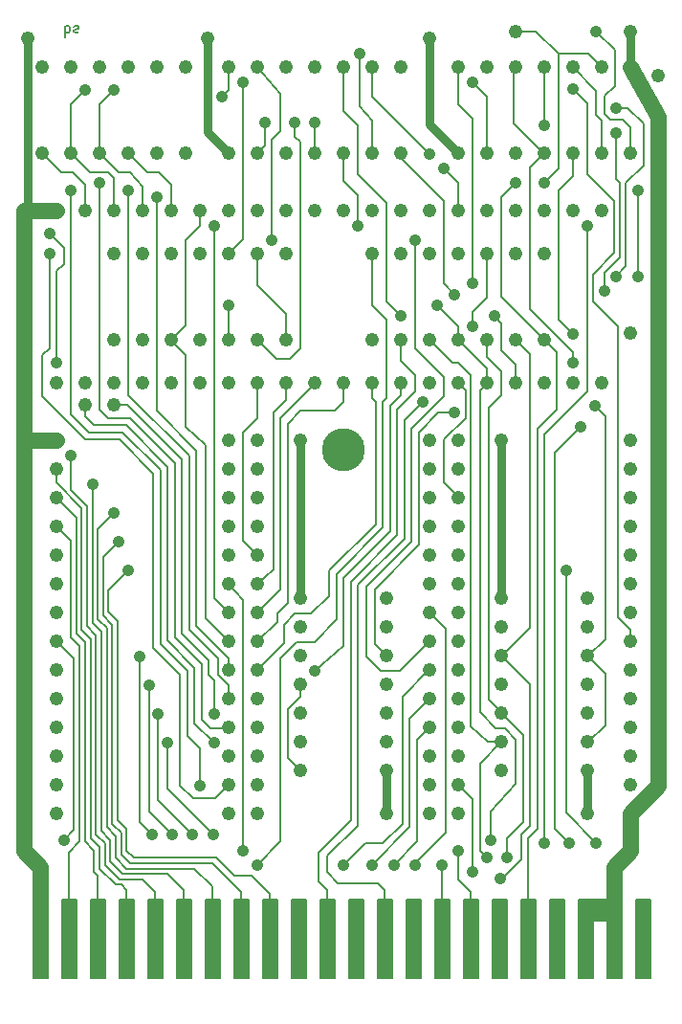
<source format=gbr>
%FSLAX34Y34*%
%MOMM*%
%LNCOPPER_BOTTOM*%
G71*
G01*
%ADD10C,1.230*%
%ADD11C,1.070*%
%ADD12C,3.800*%
%ADD13C,0.200*%
%ADD14C,0.800*%
%ADD15C,1.400*%
%ADD16C,0.133*%
%LPD*%
X63500Y-342000D02*
G54D10*
D03*
X63500Y-322950D02*
G54D10*
D03*
X88900Y-322950D02*
G54D10*
D03*
X114300Y-322950D02*
G54D10*
D03*
X139700Y-322950D02*
G54D10*
D03*
X88900Y-342000D02*
G54D10*
D03*
X165100Y-322950D02*
G54D10*
D03*
X38100Y-322950D02*
G54D10*
D03*
X38100Y-373750D02*
G54D10*
D03*
X190500Y-373750D02*
G54D10*
D03*
X190500Y-399150D02*
G54D10*
D03*
X38100Y-399150D02*
G54D10*
D03*
X190500Y-322950D02*
G54D10*
D03*
X215900Y-322950D02*
G54D10*
D03*
X241300Y-322950D02*
G54D10*
D03*
X266700Y-322950D02*
G54D10*
D03*
X292100Y-322950D02*
G54D10*
D03*
X317500Y-322950D02*
G54D10*
D03*
X342900Y-322950D02*
G54D10*
D03*
X368300Y-322950D02*
G54D10*
D03*
X393700Y-322950D02*
G54D10*
D03*
X419100Y-322950D02*
G54D10*
D03*
X444500Y-322950D02*
G54D10*
D03*
X469900Y-322950D02*
G54D10*
D03*
X495300Y-322950D02*
G54D10*
D03*
X520700Y-322950D02*
G54D10*
D03*
X38100Y-424550D02*
G54D10*
D03*
X38100Y-449950D02*
G54D10*
D03*
X38100Y-475350D02*
G54D10*
D03*
X38100Y-500750D02*
G54D10*
D03*
X38100Y-526150D02*
G54D10*
D03*
X38100Y-551550D02*
G54D10*
D03*
X38100Y-576950D02*
G54D10*
D03*
X38100Y-602350D02*
G54D10*
D03*
X38100Y-627750D02*
G54D10*
D03*
X38100Y-653150D02*
G54D10*
D03*
X38100Y-678550D02*
G54D10*
D03*
X38100Y-703950D02*
G54D10*
D03*
X190500Y-424550D02*
G54D10*
D03*
X190500Y-449950D02*
G54D10*
D03*
X190500Y-475350D02*
G54D10*
D03*
X190500Y-500750D02*
G54D10*
D03*
X190500Y-526150D02*
G54D10*
D03*
X190500Y-551550D02*
G54D10*
D03*
X190500Y-576950D02*
G54D10*
D03*
X190500Y-602350D02*
G54D10*
D03*
X190500Y-627750D02*
G54D10*
D03*
X190500Y-653150D02*
G54D10*
D03*
X190500Y-678550D02*
G54D10*
D03*
X190500Y-703950D02*
G54D10*
D03*
X215900Y-373750D02*
G54D10*
D03*
X215900Y-399150D02*
G54D10*
D03*
X215900Y-424550D02*
G54D10*
D03*
X215900Y-449950D02*
G54D10*
D03*
X215900Y-475350D02*
G54D10*
D03*
X215900Y-500750D02*
G54D10*
D03*
X215900Y-526150D02*
G54D10*
D03*
X215900Y-551550D02*
G54D10*
D03*
X215900Y-576950D02*
G54D10*
D03*
X215900Y-602350D02*
G54D10*
D03*
X215900Y-627750D02*
G54D10*
D03*
X215900Y-653150D02*
G54D10*
D03*
X215900Y-678550D02*
G54D10*
D03*
X215900Y-703950D02*
G54D10*
D03*
X368300Y-373750D02*
G54D10*
D03*
X368300Y-399150D02*
G54D10*
D03*
X368300Y-424550D02*
G54D10*
D03*
X368300Y-449950D02*
G54D10*
D03*
X368300Y-475350D02*
G54D10*
D03*
X368300Y-500750D02*
G54D10*
D03*
X368300Y-526150D02*
G54D10*
D03*
X368300Y-551550D02*
G54D10*
D03*
X368300Y-576950D02*
G54D10*
D03*
X368300Y-602350D02*
G54D10*
D03*
X368300Y-627750D02*
G54D10*
D03*
X368300Y-653150D02*
G54D10*
D03*
X368300Y-678550D02*
G54D10*
D03*
X368300Y-703950D02*
G54D10*
D03*
X393700Y-373750D02*
G54D10*
D03*
X393700Y-399150D02*
G54D10*
D03*
X393700Y-424550D02*
G54D10*
D03*
X393700Y-449950D02*
G54D10*
D03*
X393700Y-475350D02*
G54D10*
D03*
X393700Y-500750D02*
G54D10*
D03*
X393700Y-526150D02*
G54D10*
D03*
X393700Y-551550D02*
G54D10*
D03*
X393700Y-576950D02*
G54D10*
D03*
X393700Y-602350D02*
G54D10*
D03*
X393700Y-627750D02*
G54D10*
D03*
X393700Y-653150D02*
G54D10*
D03*
X393700Y-678550D02*
G54D10*
D03*
X393700Y-703950D02*
G54D10*
D03*
X546100Y-373750D02*
G54D10*
D03*
X546100Y-399150D02*
G54D10*
D03*
X546100Y-424550D02*
G54D10*
D03*
X546100Y-449950D02*
G54D10*
D03*
X546100Y-475350D02*
G54D10*
D03*
X546100Y-500750D02*
G54D10*
D03*
X546100Y-526150D02*
G54D10*
D03*
X546100Y-551550D02*
G54D10*
D03*
X546100Y-576950D02*
G54D10*
D03*
X546100Y-602350D02*
G54D10*
D03*
X546100Y-627750D02*
G54D10*
D03*
X546100Y-653150D02*
G54D10*
D03*
X546100Y-678550D02*
G54D10*
D03*
X546100Y-703950D02*
G54D10*
D03*
X330200Y-703950D02*
G54D10*
D03*
X330200Y-665850D02*
G54D10*
D03*
X330200Y-640450D02*
G54D10*
D03*
X330200Y-615050D02*
G54D10*
D03*
X330200Y-589650D02*
G54D10*
D03*
X254000Y-665850D02*
G54D10*
D03*
X254000Y-640450D02*
G54D10*
D03*
X254000Y-615050D02*
G54D10*
D03*
X254000Y-589650D02*
G54D10*
D03*
X254000Y-564250D02*
G54D10*
D03*
X254000Y-538850D02*
G54D10*
D03*
X330200Y-538850D02*
G54D10*
D03*
X330200Y-564250D02*
G54D10*
D03*
X254000Y-513450D02*
G54D10*
D03*
X330200Y-513450D02*
G54D10*
D03*
X431800Y-513450D02*
G54D10*
D03*
X431800Y-538850D02*
G54D10*
D03*
X431800Y-564250D02*
G54D10*
D03*
X431800Y-589650D02*
G54D10*
D03*
X431800Y-615050D02*
G54D10*
D03*
X431800Y-640450D02*
G54D10*
D03*
X431800Y-665850D02*
G54D10*
D03*
X508000Y-513450D02*
G54D10*
D03*
X508000Y-538850D02*
G54D10*
D03*
X508000Y-564250D02*
G54D10*
D03*
X508000Y-589650D02*
G54D10*
D03*
X508000Y-615050D02*
G54D10*
D03*
X508000Y-640450D02*
G54D10*
D03*
X508000Y-665850D02*
G54D10*
D03*
X9525Y-284850D02*
G54D10*
D03*
X88900Y-284850D02*
G54D10*
D03*
X114300Y-284850D02*
G54D10*
D03*
X139700Y-284850D02*
G54D10*
D03*
X165100Y-284850D02*
G54D10*
D03*
X190500Y-284850D02*
G54D10*
D03*
X215900Y-284850D02*
G54D10*
D03*
X241300Y-284850D02*
G54D10*
D03*
X317500Y-284850D02*
G54D10*
D03*
X342900Y-284850D02*
G54D10*
D03*
X368300Y-284850D02*
G54D10*
D03*
X393700Y-284850D02*
G54D10*
D03*
X419100Y-284850D02*
G54D10*
D03*
X444500Y-284850D02*
G54D10*
D03*
X469900Y-284850D02*
G54D10*
D03*
X546100Y-278500D02*
G54D10*
D03*
X88900Y-208650D02*
G54D10*
D03*
X114300Y-208650D02*
G54D10*
D03*
X139700Y-208650D02*
G54D10*
D03*
X165100Y-208650D02*
G54D10*
D03*
X190500Y-208650D02*
G54D10*
D03*
X215900Y-208650D02*
G54D10*
D03*
X241300Y-208650D02*
G54D10*
D03*
X317500Y-208650D02*
G54D10*
D03*
X342900Y-208650D02*
G54D10*
D03*
X368300Y-208650D02*
G54D10*
D03*
X393700Y-208650D02*
G54D10*
D03*
X419100Y-208650D02*
G54D10*
D03*
X444500Y-208650D02*
G54D10*
D03*
X469900Y-208650D02*
G54D10*
D03*
X570706Y-208650D02*
G54D10*
D03*
X570706Y-170550D02*
G54D10*
D03*
X520700Y-170550D02*
G54D10*
D03*
X254000Y-373750D02*
G54D10*
D03*
X38100Y-170550D02*
G54D10*
D03*
X63500Y-170550D02*
G54D10*
D03*
X88900Y-170550D02*
G54D10*
D03*
X114300Y-170550D02*
G54D10*
D03*
X139700Y-170550D02*
G54D10*
D03*
X165100Y-170550D02*
G54D10*
D03*
X190500Y-170550D02*
G54D10*
D03*
X215900Y-170550D02*
G54D10*
D03*
X241300Y-170550D02*
G54D10*
D03*
X266700Y-170550D02*
G54D10*
D03*
X292100Y-170550D02*
G54D10*
D03*
X317500Y-170550D02*
G54D10*
D03*
X342900Y-170550D02*
G54D10*
D03*
X368300Y-170550D02*
G54D10*
D03*
X393700Y-170550D02*
G54D10*
D03*
X419100Y-170550D02*
G54D10*
D03*
X444500Y-170550D02*
G54D10*
D03*
X469900Y-170550D02*
G54D10*
D03*
X495300Y-170550D02*
G54D10*
D03*
X25400Y-119750D02*
G54D10*
D03*
X50800Y-119750D02*
G54D10*
D03*
X76200Y-119750D02*
G54D10*
D03*
X101600Y-119750D02*
G54D10*
D03*
X127000Y-119750D02*
G54D10*
D03*
X152400Y-119750D02*
G54D10*
D03*
X190500Y-119750D02*
G54D10*
D03*
X215900Y-119750D02*
G54D10*
D03*
X241300Y-119750D02*
G54D10*
D03*
X266700Y-119750D02*
G54D10*
D03*
X292100Y-119750D02*
G54D10*
D03*
X317500Y-119750D02*
G54D10*
D03*
X342900Y-119750D02*
G54D10*
D03*
X393700Y-119750D02*
G54D10*
D03*
X419100Y-119750D02*
G54D10*
D03*
X444500Y-119750D02*
G54D10*
D03*
X469900Y-119750D02*
G54D10*
D03*
X495300Y-119750D02*
G54D10*
D03*
X520700Y-119750D02*
G54D10*
D03*
X546100Y-119750D02*
G54D10*
D03*
X25400Y-43550D02*
G54D10*
D03*
X50800Y-43550D02*
G54D10*
D03*
X76200Y-43550D02*
G54D10*
D03*
X101600Y-43550D02*
G54D10*
D03*
X127000Y-43550D02*
G54D10*
D03*
X152400Y-43550D02*
G54D10*
D03*
X190500Y-43550D02*
G54D10*
D03*
X215900Y-43550D02*
G54D10*
D03*
X241300Y-43550D02*
G54D10*
D03*
X266700Y-43550D02*
G54D10*
D03*
X292100Y-43550D02*
G54D10*
D03*
X317500Y-43550D02*
G54D10*
D03*
X393700Y-43550D02*
G54D10*
D03*
X419100Y-43550D02*
G54D10*
D03*
X444500Y-43550D02*
G54D10*
D03*
X469900Y-43550D02*
G54D10*
D03*
X495300Y-43550D02*
G54D10*
D03*
X520700Y-43550D02*
G54D10*
D03*
X546100Y-43550D02*
G54D10*
D03*
X12700Y-18150D02*
G54D10*
D03*
X171450Y-18150D02*
G54D10*
D03*
X368300Y-18150D02*
G54D10*
D03*
X444500Y-11800D02*
G54D10*
D03*
X546100Y-11800D02*
G54D10*
D03*
X508000Y-703950D02*
G54D10*
D03*
X570706Y-50694D02*
G54D10*
D03*
X63500Y-63500D02*
G54D11*
D03*
X88900Y-63500D02*
G54D11*
D03*
X184150Y-69850D02*
G54D11*
D03*
X203200Y-57150D02*
G54D11*
D03*
X406400Y-57150D02*
G54D11*
D03*
X495300Y-63103D02*
G54D11*
D03*
X342900Y-43550D02*
G54D10*
D03*
X223044Y-92869D02*
G54D11*
D03*
X249238Y-92869D02*
G54D11*
D03*
X266700Y-92869D02*
G54D11*
D03*
X469900Y-95250D02*
G54D11*
D03*
X533400Y-101600D02*
G54D11*
D03*
X533400Y-79375D02*
G54D11*
D03*
X368300Y-120650D02*
G54D11*
D03*
X381000Y-133350D02*
G54D11*
D03*
X444500Y-146050D02*
G54D11*
D03*
X469900Y-146050D02*
G54D11*
D03*
X515938Y-11906D02*
G54D11*
D03*
X50800Y-152400D02*
G54D11*
D03*
X76200Y-146050D02*
G54D11*
D03*
X101600Y-152400D02*
G54D11*
D03*
X127000Y-158750D02*
G54D11*
D03*
X552450Y-152400D02*
G54D11*
D03*
X533400Y-228600D02*
G54D11*
D03*
X552450Y-228600D02*
G54D11*
D03*
X523081Y-241300D02*
G54D11*
D03*
X31750Y-190500D02*
G54D11*
D03*
X177800Y-184150D02*
G54D11*
D03*
X228600Y-196850D02*
G54D11*
D03*
X304800Y-184150D02*
G54D11*
D03*
X355600Y-196850D02*
G54D11*
D03*
X508000Y-184150D02*
G54D11*
D03*
X190500Y-254000D02*
G54D11*
D03*
X342900Y-263525D02*
G54D11*
D03*
X390525Y-244475D02*
G54D11*
D03*
X406400Y-234950D02*
G54D11*
D03*
X374650Y-254000D02*
G54D11*
D03*
X406400Y-273050D02*
G54D11*
D03*
X425450Y-263525D02*
G54D11*
D03*
X306388Y-31750D02*
G54D11*
D03*
X495300Y-279400D02*
G54D11*
D03*
X495300Y-304800D02*
G54D11*
D03*
X514350Y-342900D02*
G54D11*
D03*
X501650Y-361950D02*
G54D11*
D03*
X390525Y-349250D02*
G54D11*
D03*
X361950Y-339725D02*
G54D11*
D03*
X431800Y-373750D02*
G54D10*
D03*
X38100Y-304800D02*
G54D11*
D03*
X50800Y-387350D02*
G54D11*
D03*
X69850Y-412750D02*
G54D11*
D03*
X88900Y-438150D02*
G54D11*
D03*
X92869Y-463550D02*
G54D11*
D03*
X101600Y-488950D02*
G54D11*
D03*
X111919Y-565150D02*
G54D11*
D03*
X119856Y-590550D02*
G54D11*
D03*
X488950Y-488950D02*
G54D11*
D03*
X128191Y-615950D02*
G54D11*
D03*
X136128Y-641350D02*
G54D11*
D03*
X177800Y-615950D02*
G54D11*
D03*
X177800Y-641350D02*
G54D11*
D03*
X165100Y-679450D02*
G54D11*
D03*
X266700Y-577850D02*
G54D11*
D03*
X123031Y-722312D02*
G54D11*
D03*
X140494Y-722312D02*
G54D11*
D03*
X158353Y-722312D02*
G54D11*
D03*
X176609Y-722312D02*
G54D11*
D03*
X44450Y-727075D02*
G54D11*
D03*
X203200Y-736600D02*
G54D11*
D03*
X215900Y-749300D02*
G54D11*
D03*
X292100Y-749300D02*
G54D11*
D03*
X317500Y-749300D02*
G54D11*
D03*
X336550Y-749300D02*
G54D11*
D03*
X355600Y-749300D02*
G54D11*
D03*
X379412Y-749300D02*
G54D11*
D03*
X393700Y-736600D02*
G54D11*
D03*
X406400Y-755650D02*
G54D11*
D03*
X419100Y-742950D02*
G54D11*
D03*
X422275Y-727075D02*
G54D11*
D03*
X431244Y-761365D02*
G54D11*
D03*
X436562Y-742950D02*
G54D11*
D03*
X469900Y-730250D02*
G54D11*
D03*
X491728Y-730250D02*
G54D11*
D03*
X515938Y-730250D02*
G54D11*
D03*
X23999Y-789440D02*
G54D10*
D03*
X292100Y-382191D02*
G54D12*
D03*
G36*
X42862Y-779621D02*
X55562Y-779621D01*
X55562Y-849471D01*
X42862Y-849471D01*
X42862Y-779621D01*
G37*
G54D13*
X42862Y-779621D02*
X55562Y-779621D01*
X55562Y-849471D01*
X42862Y-849471D01*
X42862Y-779621D01*
G36*
X17462Y-779621D02*
X30162Y-779621D01*
X30162Y-849471D01*
X17462Y-849471D01*
X17462Y-779621D01*
G37*
G54D13*
X17462Y-779621D02*
X30162Y-779621D01*
X30162Y-849471D01*
X17462Y-849471D01*
X17462Y-779621D01*
G54D14*
X368300Y-18150D02*
X368300Y-94350D01*
X393700Y-119750D01*
G54D14*
X171450Y-18150D02*
X171450Y-100700D01*
X190500Y-119750D01*
G54D14*
X546100Y-43550D02*
X546100Y-11800D01*
G54D13*
X190500Y-43550D02*
X190500Y-63500D01*
X184150Y-69850D01*
G54D13*
X223044Y-92869D02*
X223044Y-112606D01*
X215900Y-119750D01*
G54D13*
X266700Y-92869D02*
X266700Y-119750D01*
G54D13*
X50800Y-119750D02*
X50800Y-76200D01*
X63500Y-63500D01*
G54D13*
X76200Y-119750D02*
X76200Y-76200D01*
X88900Y-63500D01*
G54D15*
X570706Y-170550D02*
X570706Y-208650D01*
X570706Y-679344D01*
X546100Y-703950D01*
G54D15*
X570706Y-170550D02*
X570706Y-87206D01*
X546100Y-43550D01*
G54D15*
X38100Y-373750D02*
X10212Y-373750D01*
X9525Y-373062D01*
G54D14*
X12700Y-18150D02*
X12617Y-164592D01*
G54D13*
X419100Y-119750D02*
X419100Y-69850D01*
X406400Y-57150D01*
G54D13*
X469900Y-119750D02*
X469000Y-119750D01*
X442912Y-93662D01*
X442912Y-45138D01*
X444500Y-43550D01*
G54D13*
X469900Y-43550D02*
X469900Y-95250D01*
G54D13*
X533400Y-79375D02*
X543719Y-79375D01*
X557609Y-93266D01*
X557609Y-130572D01*
X542131Y-146050D01*
X542131Y-219869D01*
X533400Y-228600D01*
G54D13*
X552450Y-152400D02*
X552450Y-228600D01*
G54D13*
X546100Y-119750D02*
X546100Y-96838D01*
X538956Y-89694D01*
X528638Y-89694D01*
X523478Y-84534D01*
X523478Y-68659D01*
X532209Y-59928D01*
X532209Y-28178D01*
X515938Y-11906D01*
G54D13*
X520700Y-119750D02*
X520700Y-90488D01*
X515938Y-85725D01*
X515938Y-64188D01*
X495300Y-43550D01*
G54D13*
X444500Y-11800D02*
X462650Y-11800D01*
X482600Y-31750D01*
X482600Y-133350D01*
X469900Y-146050D01*
G54D13*
X482600Y-31750D02*
X508900Y-31750D01*
X520700Y-43550D01*
G54D13*
X317500Y-119750D02*
X317500Y-90488D01*
X306388Y-77788D01*
X306388Y-31750D01*
G54D13*
X317500Y-43550D02*
X317500Y-69850D01*
X368300Y-120650D01*
G54D13*
X393700Y-170550D02*
X393700Y-146050D01*
X381000Y-133350D01*
G54D13*
X203200Y-57150D02*
X203200Y-195950D01*
X190500Y-208650D01*
G54D13*
X114300Y-170550D02*
X114300Y-149225D01*
X103188Y-136525D01*
X92975Y-136525D01*
X76200Y-119750D01*
G54D13*
X88900Y-170550D02*
X88900Y-141288D01*
X84138Y-136525D01*
X67575Y-136525D01*
X50800Y-119750D01*
G54D13*
X63500Y-170550D02*
X63500Y-147638D01*
X52388Y-136525D01*
X42175Y-136525D01*
X25400Y-119750D01*
G54D13*
X139700Y-170550D02*
X139700Y-147638D01*
X128588Y-136525D01*
X118375Y-136525D01*
X101600Y-119750D01*
G54D13*
X228600Y-196850D02*
X228600Y-107950D01*
X236538Y-100012D01*
X236538Y-67362D01*
X215900Y-43550D01*
G54D13*
X38100Y-551550D02*
X38100Y-551656D01*
X53181Y-566738D01*
X53181Y-718344D01*
X44450Y-727075D01*
G54D13*
X215900Y-208650D02*
X215900Y-236538D01*
X241300Y-261938D01*
X241300Y-284850D01*
G54D13*
X190500Y-254000D02*
X190500Y-284850D01*
G54D13*
X292100Y-119750D02*
X292100Y-144462D01*
X304800Y-157162D01*
X304800Y-184150D01*
G54D13*
X249238Y-92869D02*
X249238Y-104775D01*
X254000Y-109538D01*
X254000Y-292100D01*
X244475Y-301625D01*
X232675Y-301625D01*
X215900Y-284850D01*
G54D13*
X292100Y-43550D02*
X292100Y-82550D01*
X304800Y-95250D01*
X304800Y-138112D01*
X330200Y-163512D01*
X330200Y-250825D01*
X342900Y-263525D01*
G54D13*
X393700Y-43550D02*
X393700Y-76200D01*
X406400Y-88900D01*
X406400Y-234950D01*
G54D13*
X342900Y-119750D02*
X342900Y-123825D01*
X381000Y-161925D01*
X381000Y-234950D01*
X390525Y-244475D01*
G54D13*
X406400Y-273050D02*
X406400Y-260350D01*
X419100Y-247650D01*
X419100Y-208650D01*
G54D13*
X215900Y-322950D02*
X215900Y-354012D01*
X203200Y-366712D01*
X203200Y-462650D01*
X215900Y-475350D01*
G54D14*
X254000Y-373750D02*
X254000Y-513450D01*
G54D14*
X431800Y-373750D02*
X431800Y-513450D01*
G54D14*
X330200Y-665850D02*
X330200Y-703950D01*
G54D14*
X508000Y-665850D02*
X508000Y-703950D01*
G54D13*
X533400Y-102791D02*
X533400Y-142478D01*
X536972Y-146050D01*
X536972Y-211931D01*
X523081Y-225822D01*
G54D13*
X523081Y-225822D02*
X523081Y-241300D01*
G54D13*
X546100Y-551550D02*
X546100Y-541338D01*
X534988Y-530225D01*
X534988Y-273050D01*
X512762Y-250825D01*
X512762Y-227012D01*
X531812Y-207962D01*
X531812Y-161925D01*
X508000Y-138112D01*
X508000Y-75803D01*
X495300Y-63103D01*
G54D13*
X38100Y-304800D02*
X38100Y-223838D01*
X44450Y-217488D01*
X44450Y-203200D01*
X31750Y-190500D01*
G54D13*
X495300Y-279400D02*
X482600Y-266700D01*
X482600Y-152400D01*
X495300Y-139700D01*
X495300Y-119750D01*
G54D13*
X508000Y-564250D02*
X508900Y-564250D01*
X523875Y-549275D01*
X523875Y-352425D01*
X514350Y-342900D01*
G54D13*
X508000Y-640450D02*
X508900Y-640450D01*
X523875Y-625475D01*
X523875Y-580125D01*
X508000Y-564250D01*
G54D13*
X488950Y-488950D02*
X488950Y-703262D01*
X515938Y-730250D01*
G54D13*
X491728Y-730250D02*
X491728Y-729853D01*
X479425Y-717550D01*
X479425Y-384175D01*
X501650Y-361950D01*
G54D13*
X469900Y-730250D02*
X469900Y-368300D01*
X508000Y-330200D01*
G54D13*
X508000Y-330200D02*
X508000Y-184150D01*
G54D13*
X495300Y-304800D02*
X495300Y-295275D01*
X457200Y-257175D01*
G54D13*
X457200Y-257175D02*
X457200Y-132450D01*
X469900Y-119750D01*
G54D13*
X469900Y-284850D02*
X469794Y-284850D01*
X431800Y-246856D01*
X431800Y-158750D01*
X444500Y-146050D01*
G54D13*
X444500Y-322950D02*
X444500Y-306784D01*
X431800Y-294084D01*
X431800Y-269875D01*
X425450Y-263525D01*
G54D13*
X455612Y-781050D02*
X455612Y-725488D01*
X463550Y-717550D01*
X463550Y-363538D01*
X481012Y-346075D01*
X481012Y-295962D01*
X469900Y-284850D01*
G54D13*
X431244Y-761365D02*
X432832Y-760968D01*
X449262Y-744538D01*
X449262Y-722312D01*
X457200Y-714375D01*
X457200Y-589650D01*
X431800Y-564250D01*
G54D13*
X436562Y-742950D02*
X436562Y-725488D01*
X450850Y-711200D01*
X450850Y-634100D01*
X431800Y-615050D01*
G54D13*
X431800Y-564250D02*
X432700Y-564250D01*
X457200Y-539750D01*
X457200Y-297550D01*
X444500Y-284850D01*
G54D13*
X422275Y-727075D02*
X422275Y-701675D01*
X444500Y-677862D01*
X444500Y-638175D01*
X434975Y-628650D01*
G54D13*
X431800Y-615050D02*
X431800Y-614362D01*
X420688Y-603250D01*
X420688Y-344488D01*
X431800Y-333375D01*
X431800Y-312738D01*
X419100Y-300038D01*
X419100Y-284850D01*
G54D13*
X434975Y-628650D02*
X427038Y-628650D01*
X412750Y-614362D01*
X412750Y-329300D01*
X419100Y-322950D01*
G54D13*
X419100Y-742950D02*
X412750Y-736600D01*
X412750Y-659500D01*
X431800Y-640450D01*
G54D13*
X406400Y-755650D02*
X406400Y-691250D01*
X393700Y-678550D01*
G54D13*
X419100Y-322950D02*
X419100Y-310250D01*
X393700Y-284850D01*
G54D13*
X393700Y-284850D02*
X393700Y-273050D01*
X374650Y-254000D01*
G54D13*
X431800Y-640450D02*
X419788Y-640450D01*
X404812Y-627062D01*
X404812Y-315912D01*
X393700Y-304800D01*
X388250Y-304800D01*
X368300Y-284850D01*
G54D13*
X393700Y-736600D02*
X393700Y-762000D01*
X404812Y-773112D01*
X404812Y-782638D01*
G54D13*
X379412Y-749300D02*
X379412Y-782638D01*
G54D13*
X355600Y-749300D02*
X355600Y-747712D01*
X382588Y-720725D01*
X382588Y-540438D01*
X368300Y-526150D01*
G54D13*
X336550Y-749300D02*
X357188Y-728662D01*
X357188Y-638862D01*
X368300Y-627750D01*
G54D13*
X317500Y-749300D02*
X350838Y-715962D01*
X350838Y-619812D01*
X368300Y-602350D01*
G54D13*
X368300Y-576950D02*
X367612Y-576950D01*
X344488Y-600075D01*
X344488Y-712788D01*
X327025Y-730250D01*
X311150Y-730250D01*
X292100Y-749300D01*
G54D13*
X393700Y-424550D02*
X393700Y-423862D01*
X381000Y-411162D01*
X381000Y-373062D01*
X400050Y-354012D01*
X400050Y-329300D01*
X393700Y-322950D01*
G54D13*
X390525Y-349250D02*
X376238Y-349250D01*
X358775Y-366712D01*
X358775Y-465931D01*
X319881Y-505619D01*
X319881Y-553931D01*
X330200Y-564250D01*
G54D13*
X355600Y-196850D02*
X355600Y-292100D01*
X381000Y-317500D01*
X381000Y-334962D01*
X352425Y-363538D01*
X352425Y-463550D01*
X312738Y-503238D01*
X312738Y-565150D01*
X325438Y-577850D01*
X342000Y-577850D01*
X368300Y-551550D01*
G54D13*
X361950Y-339725D02*
X346075Y-355600D01*
X346075Y-460375D01*
X304800Y-501650D01*
X304800Y-714375D01*
X277812Y-741362D01*
X277812Y-755650D01*
X287338Y-765175D01*
X322262Y-765175D01*
X328612Y-771525D01*
X328612Y-782638D01*
G54D13*
X342900Y-284850D02*
X342900Y-303212D01*
X355600Y-315912D01*
X355600Y-330200D01*
X339725Y-346075D01*
X339725Y-457200D01*
X298450Y-498475D01*
X298450Y-709612D01*
X269875Y-738188D01*
X269875Y-763588D01*
X277812Y-771525D01*
X277812Y-782638D01*
G54D13*
X266700Y-577850D02*
X292100Y-555625D01*
X292100Y-495300D01*
X333375Y-454025D01*
X333375Y-342900D01*
X342900Y-333375D01*
X342900Y-322950D01*
G54D13*
X317500Y-208650D02*
X317500Y-254000D01*
X330200Y-266700D01*
X330200Y-336550D01*
X327025Y-339725D01*
X327025Y-450850D01*
X285750Y-492125D01*
X285750Y-531812D01*
X266700Y-552450D01*
X250825Y-552450D01*
X236538Y-566738D01*
X236538Y-728662D01*
X215900Y-749300D01*
G54D13*
X317500Y-322950D02*
X317500Y-336550D01*
X320675Y-339725D01*
X320675Y-447675D01*
X279400Y-488950D01*
X279400Y-511175D01*
X263525Y-527050D01*
X249238Y-527050D01*
X239712Y-536575D01*
X239712Y-553138D01*
X215900Y-576950D01*
G54D13*
X292100Y-322950D02*
X292100Y-339725D01*
X284162Y-347662D01*
X254000Y-347662D01*
X242888Y-358775D01*
X242888Y-517525D01*
X233362Y-527050D01*
X233362Y-534088D01*
X215900Y-551550D01*
G54D13*
X266700Y-322950D02*
X266700Y-323850D01*
X236538Y-354012D01*
X236538Y-505512D01*
X215900Y-526150D01*
G54D13*
X241300Y-322950D02*
X241300Y-338138D01*
X230188Y-349250D01*
X230188Y-488050D01*
X215900Y-500750D01*
G54D13*
X203200Y-736600D02*
X203200Y-515038D01*
X190500Y-500750D01*
G54D13*
X165100Y-170550D02*
X165100Y-184150D01*
X152400Y-196850D01*
X152400Y-272150D01*
X139700Y-284850D01*
G54D13*
X177800Y-184150D02*
X177800Y-513450D01*
X190500Y-526150D01*
G54D13*
X139700Y-284850D02*
X139700Y-285750D01*
X152400Y-298450D01*
X152400Y-361950D01*
X169862Y-377825D01*
X169862Y-530912D01*
X190500Y-551550D01*
G54D13*
X254000Y-589650D02*
X254000Y-600075D01*
X242888Y-611188D01*
X242888Y-654738D01*
X254000Y-665850D01*
G54D13*
X127000Y-158750D02*
X127000Y-347662D01*
X161925Y-382588D01*
X161925Y-538162D01*
X190500Y-566738D01*
X190500Y-576950D01*
G54D13*
X101600Y-152400D02*
X101600Y-333375D01*
X155575Y-387350D01*
X155575Y-541338D01*
X180975Y-566738D01*
X180975Y-581025D01*
X190500Y-590550D01*
X190500Y-602350D01*
G54D13*
X88900Y-342000D02*
X100700Y-342000D01*
X149225Y-390525D01*
X149225Y-544512D01*
X173038Y-568325D01*
X173038Y-581025D01*
X177800Y-585788D01*
X177800Y-615950D01*
G54D13*
X76200Y-146050D02*
X76200Y-346075D01*
X84138Y-354012D01*
X103188Y-354012D01*
X142875Y-393700D01*
X142875Y-547688D01*
X166688Y-571500D01*
X166688Y-620712D01*
X174625Y-628650D01*
X189600Y-628650D01*
X190500Y-627750D01*
G54D13*
X63500Y-342000D02*
X63500Y-352425D01*
X71438Y-360362D01*
X100012Y-360362D01*
X136525Y-396875D01*
X136525Y-550862D01*
X160338Y-574675D01*
X160338Y-623888D01*
X177800Y-641350D01*
G54D13*
X31750Y-208650D02*
X31750Y-292100D01*
X25400Y-298450D01*
X25400Y-334962D01*
X63500Y-373062D01*
X93662Y-373062D01*
X123825Y-403225D01*
X123825Y-557212D01*
X147638Y-581025D01*
X147638Y-679450D01*
X158750Y-690562D01*
X178488Y-690562D01*
X190500Y-678550D01*
G54D13*
X50800Y-152400D02*
X50800Y-350838D01*
X66675Y-366712D01*
X96838Y-366712D01*
X130175Y-400050D01*
X130175Y-554038D01*
X153988Y-577850D01*
X153988Y-635000D01*
X165100Y-646112D01*
X165100Y-679450D01*
G54D13*
X136128Y-641350D02*
X136128Y-681831D01*
X176609Y-722312D01*
G54D13*
X128191Y-615950D02*
X128191Y-692150D01*
X158353Y-722312D01*
G54D13*
X119856Y-590550D02*
X119856Y-701675D01*
X140494Y-722312D01*
G54D13*
X111919Y-565150D02*
X111919Y-711200D01*
X123031Y-722312D01*
G54D13*
X49212Y-779462D02*
X49212Y-738188D01*
X58738Y-728662D01*
X58738Y-555625D01*
X50800Y-547688D01*
X50800Y-462650D01*
X38100Y-449950D01*
G54D13*
X74612Y-779462D02*
X74612Y-758825D01*
X71438Y-755650D01*
X71438Y-736600D01*
X63500Y-728662D01*
X63500Y-552450D01*
X55562Y-544512D01*
X55562Y-442012D01*
X38100Y-424550D01*
G54D13*
X100012Y-779462D02*
X100012Y-771525D01*
X95250Y-766762D01*
X90488Y-766762D01*
X76200Y-752475D01*
X76200Y-733425D01*
X68262Y-725488D01*
X68262Y-549275D01*
X60325Y-541338D01*
X60325Y-433388D01*
X38100Y-411162D01*
X38100Y-399150D01*
G54D13*
X125412Y-779462D02*
X125412Y-773112D01*
X114300Y-762000D01*
X93662Y-762000D01*
X80962Y-749300D01*
X80962Y-730250D01*
X73025Y-722312D01*
X73025Y-546100D01*
X65088Y-538162D01*
X65088Y-431800D01*
X50800Y-417512D01*
X50800Y-387350D01*
G54D13*
X150812Y-779462D02*
X150812Y-771525D01*
X136525Y-757238D01*
X96838Y-757238D01*
X85725Y-746125D01*
X85725Y-727075D01*
X77788Y-719138D01*
X77788Y-542925D01*
X69850Y-534988D01*
X69850Y-412750D01*
G54D13*
X176212Y-779462D02*
X176212Y-768350D01*
X160338Y-752475D01*
X100012Y-752475D01*
X90488Y-742950D01*
X90488Y-723900D01*
X82550Y-715962D01*
X82550Y-539750D01*
X74612Y-531812D01*
X74612Y-452438D01*
X88900Y-438150D01*
G54D13*
X201612Y-779462D02*
X201612Y-773112D01*
X176212Y-747712D01*
X103188Y-747712D01*
X95250Y-739775D01*
X95250Y-720725D01*
X87312Y-712788D01*
X87312Y-536575D01*
X79375Y-528638D01*
X79375Y-477044D01*
X92869Y-463550D01*
G54D13*
X227012Y-779462D02*
X227012Y-774700D01*
X211138Y-758825D01*
X195262Y-758825D01*
X179388Y-742950D01*
X106362Y-742950D01*
X100012Y-736600D01*
X100012Y-717550D01*
X92075Y-709612D01*
X92075Y-533400D01*
X84138Y-525462D01*
X84138Y-506412D01*
X101600Y-488950D01*
G54D15*
X38100Y-170550D02*
X9641Y-170550D01*
X9545Y-170455D01*
X9525Y-284850D01*
G36*
X68262Y-779621D02*
X80962Y-779621D01*
X80962Y-849471D01*
X68262Y-849471D01*
X68262Y-779621D01*
G37*
G54D13*
X68262Y-779621D02*
X80962Y-779621D01*
X80962Y-849471D01*
X68262Y-849471D01*
X68262Y-779621D01*
G36*
X93662Y-779621D02*
X106362Y-779621D01*
X106362Y-849471D01*
X93662Y-849471D01*
X93662Y-779621D01*
G37*
G54D13*
X93662Y-779621D02*
X106362Y-779621D01*
X106362Y-849471D01*
X93662Y-849471D01*
X93662Y-779621D01*
G36*
X119062Y-779621D02*
X131762Y-779621D01*
X131762Y-849471D01*
X119062Y-849471D01*
X119062Y-779621D01*
G37*
G54D13*
X119062Y-779621D02*
X131762Y-779621D01*
X131762Y-849471D01*
X119062Y-849471D01*
X119062Y-779621D01*
G36*
X144462Y-779621D02*
X157162Y-779621D01*
X157162Y-849471D01*
X144462Y-849471D01*
X144462Y-779621D01*
G37*
G54D13*
X144462Y-779621D02*
X157162Y-779621D01*
X157162Y-849471D01*
X144462Y-849471D01*
X144462Y-779621D01*
G36*
X169862Y-779621D02*
X182562Y-779621D01*
X182562Y-849471D01*
X169862Y-849471D01*
X169862Y-779621D01*
G37*
G54D13*
X169862Y-779621D02*
X182562Y-779621D01*
X182562Y-849471D01*
X169862Y-849471D01*
X169862Y-779621D01*
G36*
X195262Y-779621D02*
X207962Y-779621D01*
X207962Y-849471D01*
X195262Y-849471D01*
X195262Y-779621D01*
G37*
G54D13*
X195262Y-779621D02*
X207962Y-779621D01*
X207962Y-849471D01*
X195262Y-849471D01*
X195262Y-779621D01*
G36*
X220662Y-779621D02*
X233362Y-779621D01*
X233362Y-849471D01*
X220662Y-849471D01*
X220662Y-779621D01*
G37*
G54D13*
X220662Y-779621D02*
X233362Y-779621D01*
X233362Y-849471D01*
X220662Y-849471D01*
X220662Y-779621D01*
G36*
X246062Y-779621D02*
X258762Y-779621D01*
X258762Y-849471D01*
X246062Y-849471D01*
X246062Y-779621D01*
G37*
G54D13*
X246062Y-779621D02*
X258762Y-779621D01*
X258762Y-849471D01*
X246062Y-849471D01*
X246062Y-779621D01*
G36*
X271462Y-779621D02*
X284162Y-779621D01*
X284162Y-849471D01*
X271462Y-849471D01*
X271462Y-779621D01*
G37*
G54D13*
X271462Y-779621D02*
X284162Y-779621D01*
X284162Y-849471D01*
X271462Y-849471D01*
X271462Y-779621D01*
G36*
X296862Y-779621D02*
X309562Y-779621D01*
X309562Y-849471D01*
X296862Y-849471D01*
X296862Y-779621D01*
G37*
G54D13*
X296862Y-779621D02*
X309562Y-779621D01*
X309562Y-849471D01*
X296862Y-849471D01*
X296862Y-779621D01*
G36*
X322262Y-779621D02*
X334962Y-779621D01*
X334962Y-849471D01*
X322262Y-849471D01*
X322262Y-779621D01*
G37*
G54D13*
X322262Y-779621D02*
X334962Y-779621D01*
X334962Y-849471D01*
X322262Y-849471D01*
X322262Y-779621D01*
G36*
X347662Y-779621D02*
X360362Y-779621D01*
X360362Y-849471D01*
X347662Y-849471D01*
X347662Y-779621D01*
G37*
G54D13*
X347662Y-779621D02*
X360362Y-779621D01*
X360362Y-849471D01*
X347662Y-849471D01*
X347662Y-779621D01*
G36*
X373062Y-779621D02*
X385762Y-779621D01*
X385762Y-849471D01*
X373062Y-849471D01*
X373062Y-779621D01*
G37*
G54D13*
X373062Y-779621D02*
X385762Y-779621D01*
X385762Y-849471D01*
X373062Y-849471D01*
X373062Y-779621D01*
G36*
X398462Y-779621D02*
X411162Y-779621D01*
X411162Y-849471D01*
X398462Y-849471D01*
X398462Y-779621D01*
G37*
G54D13*
X398462Y-779621D02*
X411162Y-779621D01*
X411162Y-849471D01*
X398462Y-849471D01*
X398462Y-779621D01*
G36*
X423862Y-779621D02*
X436562Y-779621D01*
X436562Y-849471D01*
X423862Y-849471D01*
X423862Y-779621D01*
G37*
G54D13*
X423862Y-779621D02*
X436562Y-779621D01*
X436562Y-849471D01*
X423862Y-849471D01*
X423862Y-779621D01*
G36*
X449262Y-779621D02*
X461962Y-779621D01*
X461962Y-849471D01*
X449262Y-849471D01*
X449262Y-779621D01*
G37*
G54D13*
X449262Y-779621D02*
X461962Y-779621D01*
X461962Y-849471D01*
X449262Y-849471D01*
X449262Y-779621D01*
G36*
X474662Y-779621D02*
X487362Y-779621D01*
X487362Y-849471D01*
X474662Y-849471D01*
X474662Y-779621D01*
G37*
G54D13*
X474662Y-779621D02*
X487362Y-779621D01*
X487362Y-849471D01*
X474662Y-849471D01*
X474662Y-779621D01*
G36*
X500062Y-779621D02*
X512762Y-779621D01*
X512762Y-849471D01*
X500062Y-849471D01*
X500062Y-779621D01*
G37*
G54D13*
X500062Y-779621D02*
X512762Y-779621D01*
X512762Y-849471D01*
X500062Y-849471D01*
X500062Y-779621D01*
G36*
X525462Y-779621D02*
X538162Y-779621D01*
X538162Y-849471D01*
X525462Y-849471D01*
X525462Y-779621D01*
G37*
G54D13*
X525462Y-779621D02*
X538162Y-779621D01*
X538162Y-849471D01*
X525462Y-849471D01*
X525462Y-779621D01*
G36*
X550862Y-779621D02*
X563562Y-779621D01*
X563562Y-849471D01*
X550862Y-849471D01*
X550862Y-779621D01*
G37*
G54D13*
X550862Y-779621D02*
X563562Y-779621D01*
X563562Y-849471D01*
X550862Y-849471D01*
X550862Y-779621D01*
G54D15*
X9525Y-284850D02*
X9525Y-736600D01*
X23812Y-750888D01*
X23812Y-789254D01*
X23999Y-789440D01*
G54D15*
X546100Y-703950D02*
X546100Y-736600D01*
X531812Y-750888D01*
X531812Y-784225D01*
G36*
X512921Y-779621D02*
X525462Y-779621D01*
X525462Y-798512D01*
X512921Y-798512D01*
X512921Y-779621D01*
G37*
G54D13*
X512921Y-779621D02*
X525462Y-779621D01*
X525462Y-798512D01*
X512921Y-798512D01*
X512921Y-779621D01*
X31750Y-208650D02*
G54D11*
D03*
G54D16*
X45411Y-6885D02*
X45411Y-17552D01*
G54D16*
X45411Y-11152D02*
X46211Y-12485D01*
X47811Y-12885D01*
X49411Y-12485D01*
X50211Y-11152D01*
X50211Y-8485D01*
X49411Y-7152D01*
X47811Y-6885D01*
X46211Y-7152D01*
X45411Y-8485D01*
G54D16*
X53144Y-7552D02*
X54744Y-6885D01*
X56344Y-6885D01*
X57944Y-7552D01*
X57944Y-8885D01*
X57144Y-9552D01*
X53944Y-10218D01*
X53144Y-10885D01*
X53144Y-12218D01*
X54744Y-12885D01*
X56344Y-12885D01*
X57944Y-12218D01*
M02*

</source>
